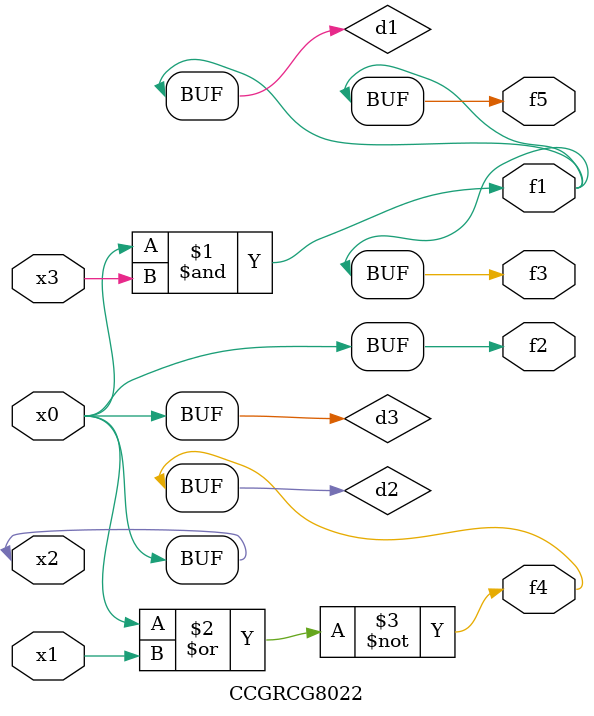
<source format=v>
module CCGRCG8022(
	input x0, x1, x2, x3,
	output f1, f2, f3, f4, f5
);

	wire d1, d2, d3;

	and (d1, x2, x3);
	nor (d2, x0, x1);
	buf (d3, x0, x2);
	assign f1 = d1;
	assign f2 = d3;
	assign f3 = d1;
	assign f4 = d2;
	assign f5 = d1;
endmodule

</source>
